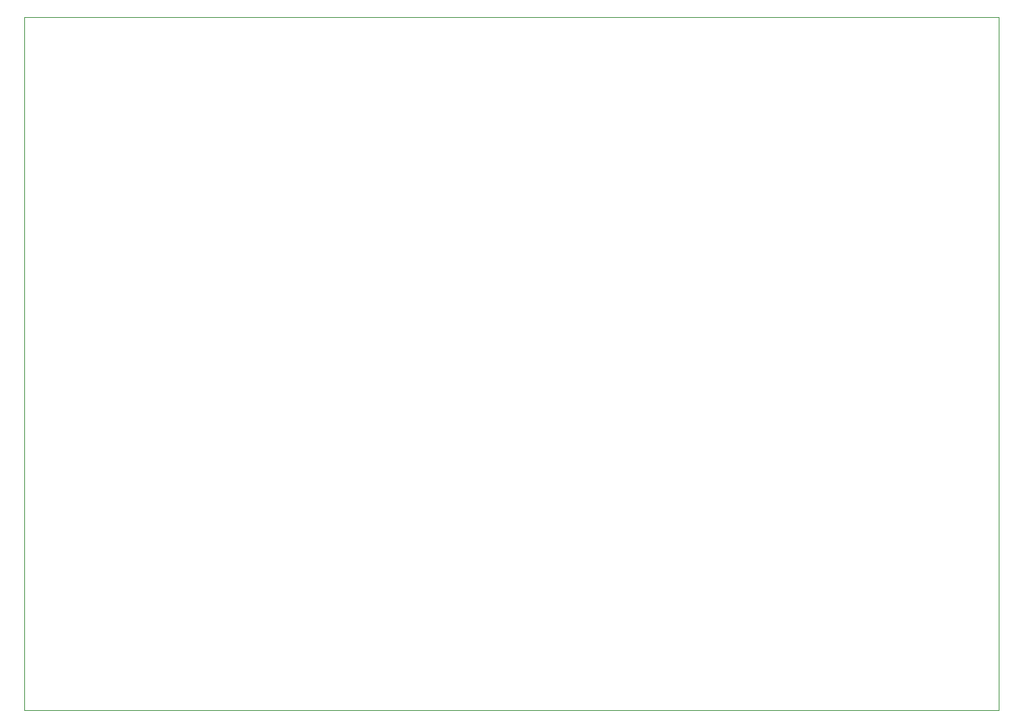
<source format=gbr>
%TF.GenerationSoftware,KiCad,Pcbnew,8.0.6*%
%TF.CreationDate,2024-10-29T20:02:09+01:00*%
%TF.ProjectId,Pollen PCB,506f6c6c-656e-4205-9043-422e6b696361,rev?*%
%TF.SameCoordinates,Original*%
%TF.FileFunction,Profile,NP*%
%FSLAX46Y46*%
G04 Gerber Fmt 4.6, Leading zero omitted, Abs format (unit mm)*
G04 Created by KiCad (PCBNEW 8.0.6) date 2024-10-29 20:02:09*
%MOMM*%
%LPD*%
G01*
G04 APERTURE LIST*
%TA.AperFunction,Profile*%
%ADD10C,0.050000*%
%TD*%
G04 APERTURE END LIST*
D10*
X111000000Y-54500000D02*
X226500000Y-54500000D01*
X226500000Y-136750000D01*
X111000000Y-136750000D01*
X111000000Y-54500000D01*
M02*

</source>
